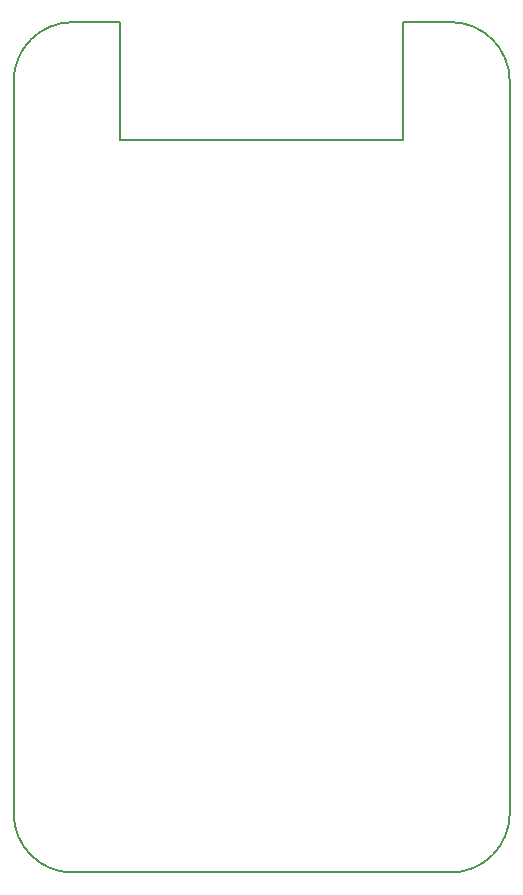
<source format=gbr>
%TF.GenerationSoftware,KiCad,Pcbnew,9.0.2-9.0.2-0~ubuntu24.04.1*%
%TF.CreationDate,2025-06-12T20:24:44+02:00*%
%TF.ProjectId,PCB_Robot,5043425f-526f-4626-9f74-2e6b69636164,rev?*%
%TF.SameCoordinates,Original*%
%TF.FileFunction,Profile,NP*%
%FSLAX46Y46*%
G04 Gerber Fmt 4.6, Leading zero omitted, Abs format (unit mm)*
G04 Created by KiCad (PCBNEW 9.0.2-9.0.2-0~ubuntu24.04.1) date 2025-06-12 20:24:44*
%MOMM*%
%LPD*%
G01*
G04 APERTURE LIST*
%TA.AperFunction,Profile*%
%ADD10C,0.200000*%
%TD*%
G04 APERTURE END LIST*
D10*
X121440400Y-70518000D02*
X121440400Y-80518000D01*
X121440400Y-80518000D02*
X145440400Y-80518000D01*
X145440400Y-80518000D02*
X145440400Y-70518000D01*
X149440400Y-70518000D02*
X145440400Y-70518000D01*
X149440400Y-70518000D02*
G75*
G02*
X154440400Y-75518000I0J-5000000D01*
G01*
X154440400Y-137518000D02*
X154440400Y-75518000D01*
X154440400Y-137518000D02*
G75*
G02*
X149440400Y-142518000I-5000000J0D01*
G01*
X117440400Y-142518000D02*
X149440400Y-142518000D01*
X117440400Y-142518000D02*
G75*
G02*
X112440400Y-137518001I0J5000000D01*
G01*
X112440400Y-75518001D02*
X112440400Y-137518001D01*
X112440400Y-75518001D02*
G75*
G02*
X117440399Y-70518000I5000000J1D01*
G01*
X121440400Y-70518000D02*
X117440399Y-70518000D01*
M02*

</source>
